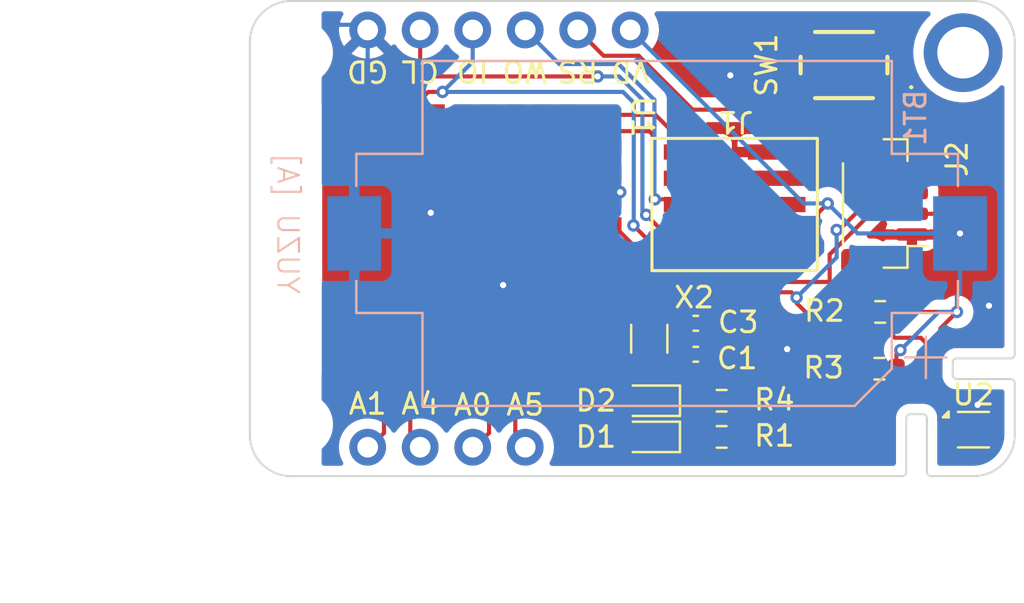
<source format=kicad_pcb>
(kicad_pcb (version 20240108) (generator "pcbnew") (generator_version "8.0")
  (title_block (title "Yuzu") (date "2024-04-27"))
  (layers (0 "F.Cu" signal) (31 "B.Cu" signal) (34 "B.Paste" user) (35 "F.Paste" user) (36 "B.SilkS" user "B.Silkscreen") (37 "F.SilkS" user "F.Silkscreen") (38 "B.Mask" user) (39 "F.Mask" user) (44 "Edge.Cuts" user))
  (property "REV" "A")
  (net 0 "")
  (net 18 "Net-(D2-K)")
  (net 21 "/nrf_VDD")
  (net 24 "GND")
  (net 26 "/SCL")
  (net 27 "/SDA")
  (net 28 "/SWDIO")
  (net 29 "/SWO")
  (net 30 "/SWCLK")
  (net 33 "/RESET")
  (net 34 "/RED_LED")
  (net 35 "Net-(D1-K)")
  (net 36 "/WHITE_LED")
  (net 39 "/XL1")
  (net 40 "/XL2")
  (net 41 "Net-(U1-P0.03{slash}AIN1)")
  (net 42 "Net-(U1-P0.28{slash}AIN4)")
  (net 43 "Net-(U1-P0.02{slash}AIN0)")
  (net 44 "Net-(U1-P0.29{slash}AIN5)")
  (footprint "Resistor_SMD:R_0603_1608Metric" (layer "F.Cu") (at 130.49 115.05 180)
    (property "Reference" "R2" (at 2.7 0.05 0) (layer "F.SilkS"))
    (property "Value" "4.7k" (hide yes))
    (fp_line (start -0.237258 0.5225) (end 0.237258 0.5225) (stroke (width 0.12)) (layer "F.SilkS"))
    (fp_line (start -0.237258 -0.5225) (end 0.237258 -0.5225) (stroke (width 0.12)) (layer "F.SilkS"))
    (pad "1" smd roundrect (at -0.825 0 180) (size 0.8 0.95) (layers "F.Cu" "F.Paste" "F.Mask") (net 21 "/nrf_VDD"))
    (pad "2" smd roundrect (at 0.825 0 180) (size 0.8 0.95) (layers "F.Cu" "F.Paste" "F.Mask") (net 27 "/SDA"))
  )
  (footprint "Connector_JST:JST_SH_BM04B-SRSS-TB_1x04-1MP_P1.00mm_Vertical" (layer "F.Cu") (at 130.7 109.8 90)
    (property "Reference" "J2" (at 2.15 3.5 -90) (layer "F.SilkS"))
    (property "Value" "Conn_01x04")
    (fp_line (start -1.94 -2.01) (end 1.94 -2.01) (stroke (width 0.12)) (layer "F.SilkS"))
    (fp_line (start 3.11 -0.04) (end 3.11 1.11) (stroke (width 0.12)) (layer "F.SilkS"))
    (fp_line (start -3.11 -0.04) (end -3.11 1.11) (stroke (width 0.12)) (layer "F.SilkS"))
    (fp_line (start 3.11 1.11) (end 2.06 1.11) (stroke (width 0.12)) (layer "F.SilkS"))
    (fp_line (start -2.06 1.11) (end -2.06 2.1) (stroke (width 0.12)) (layer "F.SilkS"))
    (fp_line (start -3.11 1.11) (end -2.06 1.11) (stroke (width 0.12)) (layer "F.SilkS"))
    (pad "1" smd roundrect (at -1.5 1.325 90) (size 0.6 1.55) (layers "F.Cu" "F.Paste" "F.Mask") (net 24 "GND"))
    (pad "2" smd roundrect (at -0.5 1.325 90) (size 0.6 1.55) (layers "F.Cu" "F.Paste" "F.Mask") (net 21 "/nrf_VDD"))
    (pad "3" smd roundrect (at 0.5 1.325 90) (size 0.6 1.55) (layers "F.Cu" "F.Paste" "F.Mask") (net 27 "/SDA"))
    (pad "4" smd roundrect (at 1.5 1.325 90) (size 0.6 1.55) (layers "F.Cu" "F.Paste" "F.Mask") (net 26 "/SCL"))
    (pad "MP" smd roundrect (at -2.8 -1.2 90) (size 1.2 1.8) (layers "F.Cu" "F.Paste" "F.Mask") (roundrect_rratio 0.208333))
    (pad "MP" smd roundrect (at 2.8 -1.2 90) (size 1.2 1.8) (layers "F.Cu" "F.Paste" "F.Mask") (roundrect_rratio 0.208333))
  )
  (footprint "LED_SMD:LED_0603_1608Metric" (layer "F.Cu") (at 119.32 119.35 180)
    (property "Reference" "D2" (at 2.58 0 180) (layer "F.SilkS"))
    (property "Value" "White" (hide yes))
    (fp_line (start 0.8 -0.735) (end -1.485 -0.735) (stroke (width 0.12)) (layer "F.SilkS"))
    (fp_line (start -1.485 0.735) (end 0.8 0.735) (stroke (width 0.12)) (layer "F.SilkS"))
    (fp_line (start -1.485 -0.735) (end -1.485 0.735) (stroke (width 0.12)) (layer "F.SilkS"))
    (pad "1" smd roundrect (at -0.7875 0 180) (size 0.875 0.95) (layers "F.Cu" "F.Paste" "F.Mask") (net 18 "Net-(D2-K)"))
    (pad "2" smd roundrect (at 0.7875 0 180) (size 0.875 0.95) (layers "F.Cu" "F.Paste" "F.Mask") (net 36 "/WHITE_LED"))
  )
  (footprint "yuzu:MountingHole_2.5mm" (layer "F.Cu") (at 102.5 120.5)
    (property "Reference" "REF**" (hide yes))
    (property "Value" "MountingHole_2.5mm" (hide yes))
    (pad "" np_thru_hole circle (at 0 0) (size 2.54 2.54) (drill 2.54) (layers "F&B.Cu" "*.Mask"))
  )
  (footprint "Crystal:Crystal_SMD_3215-2Pin_3.2x1.5mm" (layer "F.Cu") (at 119.32 116.35 90)
    (property "Reference" "X2" (at 2 2.17 0) (layer "F.SilkS"))
    (property "Value" "32.768Khz" (hide yes))
    (fp_line (start -0.675 -0.875) (end 0.675 -0.875) (stroke (width 0.12)) (layer "F.SilkS"))
    (fp_line (start -0.675 0.875) (end 0.675 0.875) (stroke (width 0.12)) (layer "F.SilkS"))
    (pad "1" smd rect (at 1.25 0 90) (size 1 1.8) (layers "F.Cu" "F.Paste" "F.Mask") (net 40 "/XL2"))
    (pad "2" smd rect (at -1.25 0 90) (size 1 1.8) (layers "F.Cu" "F.Paste" "F.Mask") (net 39 "/XL1"))
  )
  (footprint "Capacitor_SMD:C_0402_1005Metric" (layer "F.Cu") (at 121.57 115.6)
    (property "Reference" "C3" (at 2.05 -0.05 0) (layer "F.SilkS"))
    (property "Value" "12pF" (hide yes))
    (fp_line (start -0.107836 -0.36) (end 0.107836 -0.36) (stroke (width 0.12)) (layer "F.SilkS"))
    (fp_line (start -0.107836 0.36) (end 0.107836 0.36) (stroke (width 0.12)) (layer "F.SilkS"))
    (pad "1" smd roundrect (at -0.48 0) (size 0.56 0.62) (layers "F.Cu" "F.Paste" "F.Mask") (net 40 "/XL2"))
    (pad "2" smd roundrect (at 0.48 0) (size 0.56 0.62) (layers "F.Cu" "F.Paste" "F.Mask") (net 24 "GND"))
  )
  (footprint "Resistor_SMD:R_0603_1608Metric" (layer "F.Cu") (at 130.45 117.8 180)
    (property "Reference" "R3" (at 2.7 0.05 0) (layer "F.SilkS"))
    (property "Value" "4.7k" (hide yes))
    (fp_line (start -0.237258 0.5225) (end 0.237258 0.5225) (stroke (width 0.12)) (layer "F.SilkS"))
    (fp_line (start -0.237258 -0.5225) (end 0.237258 -0.5225) (stroke (width 0.12)) (layer "F.SilkS"))
    (pad "1" smd roundrect (at -0.825 0 180) (size 0.8 0.95) (layers "F.Cu" "F.Paste" "F.Mask") (net 21 "/nrf_VDD"))
    (pad "2" smd roundrect (at 0.825 0 180) (size 0.8 0.95) (layers "F.Cu" "F.Paste" "F.Mask") (net 26 "/SCL"))
  )
  (footprint "yuzu:TestPoint_THTPad" (layer "F.Cu") (at 110.78 121.6 180)
    (property "Reference" "TP3" (hide yes))
    (property "Value" "A0" (at 0 2.05 180) (layer "F.SilkS"))
    (pad "1" thru_hole circle (at 0 0 180) (size 1.778 1.778) (drill 1) (layers "*.Cu" "*.Mask") (net 43 "Net-(U1-P0.02{slash}AIN0)"))
  )
  (footprint "yuzu:TestPoint_THTPad" (layer "F.Cu") (at 108.24 121.6)
    (property "Reference" "TP2" (hide yes))
    (property "Value" "A4" (at 0 -2.1 0) (layer "F.SilkS"))
    (pad "1" thru_hole circle (at 0 0) (size 1.778 1.778) (drill 1) (layers "*.Cu" "*.Mask") (net 42 "Net-(U1-P0.28{slash}AIN4)"))
  )
  (footprint "yuzu:TestPoint_THTPad" (layer "F.Cu") (at 115.86 101.4)
    (property "Reference" "TP9" (hide yes))
    (property "Value" "RS" (at 0 2 180) (layer "F.SilkS"))
    (pad "1" thru_hole circle (at 0 0) (size 1.778 1.778) (drill 1) (layers "*.Cu" "*.Mask") (net 33 "/RESET"))
  )
  (footprint "Resistor_SMD:R_0603_1608Metric" (layer "F.Cu") (at 122.82 121.1)
    (property "Reference" "R1" (at 2.55 -0.05 180) (layer "F.SilkS"))
    (property "Value" "1K" (hide yes))
    (fp_line (start -0.237258 -0.5225) (end 0.237258 -0.5225) (stroke (width 0.12)) (layer "F.SilkS"))
    (fp_line (start -0.237258 0.5225) (end 0.237258 0.5225) (stroke (width 0.12)) (layer "F.SilkS"))
    (pad "1" smd roundrect (at -0.825 0) (size 0.8 0.95) (layers "F.Cu" "F.Paste" "F.Mask") (net 35 "Net-(D1-K)"))
    (pad "2" smd roundrect (at 0.825 0) (size 0.8 0.95) (layers "F.Cu" "F.Paste" "F.Mask") (net 24 "GND"))
  )
  (footprint "yuzu:TestPoint_THTPad" (layer "F.Cu") (at 113.32 121.6 180)
    (property "Reference" "TP4" (hide yes))
    (property "Value" "A5" (at 0 2.05 180) (layer "F.SilkS"))
    (pad "1" thru_hole circle (at 0 0 180) (size 1.778 1.778) (drill 1) (layers "*.Cu" "*.Mask") (net 44 "Net-(U1-P0.29{slash}AIN5)"))
  )
  (footprint "Sensor_Humidity:Sensirion_DFN-4_1.5x1.5mm_P0.8mm_SHT4x_NoCentralPad" (layer "F.Cu") (at 135 120.75)
    (property "Reference" "U2" (at 0 -1.7 0) (layer "F.SilkS"))
    (property "Value" "SHT45")
    (fp_line (start -0.75 -0.86) (end 0.75 -0.86) (stroke (width 0.12)) (layer "F.SilkS"))
    (fp_line (start -0.75 0.86) (end 0.75 0.86) (stroke (width 0.12)) (layer "F.SilkS"))
    (fp_poly (pts (xy -1.2 -0.6) (xy -1.48 -0.6) (xy -1.2 -0.88) (xy -1.2 -0.6)) (stroke (width 0.12)) (fill solid) (layer "F.SilkS"))
    (pad "1" smd rect (at -0.7 -0.4) (size 0.5 0.3) (layers "F.Cu" "F.Paste" "F.Mask") (net 27 "/SDA"))
    (pad "2" smd rect (at -0.7 0.4) (size 0.5 0.3) (layers "F.Cu" "F.Paste" "F.Mask") (net 26 "/SCL"))
    (pad "3" smd rect (at 0.7 0.4) (size 0.5 0.3) (layers "F.Cu" "F.Paste" "F.Mask") (net 21 "/nrf_VDD"))
    (pad "4" smd rect (at 0.7 -0.4) (size 0.5 0.3) (layers "F.Cu" "F.Paste" "F.Mask") (net 24 "GND"))
    (zone (net 0) (net_name "") (layer "F.Cu") (connect_pads (clearance 0)) (min_thickness 0.254)
      (keepout (tracks not_allowed) (vias not_allowed) (pads allowed) (copperpour not_allowed) (footprints allowed))
      (fill (thermal_gap 0.508) (thermal_bridge_width 0.508))
      (polygon (pts (xy 135.75 120.2) (xy 135.45 120.2) (xy 135.45 120.5) (xy 135.75 120.5) (xy 135.75 121) (xy 135.45 121) (xy 135.45 121.3) (xy 135.75 121.3) (xy 135.75 121.5) (xy 134.25 121.5) (xy 134.25 121.3) (xy 134.55 121.3) (xy 134.55 121) (xy 134.25 121) (xy 134.25 120.5) (xy 134.55 120.5) (xy 134.55 120.2) (xy 134.25 120.2) (xy 134.25 120) (xy 135.75 120)))
    )
  )
  (footprint "yuzu:TestPoint_THTPad" (layer "F.Cu") (at 108.24 101.4)
    (property "Reference" "TP6" (hide yes))
    (property "Value" "CL" (at 0 2 180) (layer "F.SilkS"))
    (pad "1" thru_hole circle (at 0 0) (size 1.778 1.778) (drill 1) (layers "*.Cu" "*.Mask") (net 30 "/SWCLK"))
  )
  (footprint "Resistor_SMD:R_0603_1608Metric" (layer "F.Cu") (at 122.82 119.35)
    (property "Reference" "R4" (at 2.55 -0.05 0) (layer "F.SilkS"))
    (property "Value" "1K" (hide yes))
    (fp_line (start -0.237258 -0.5225) (end 0.237258 -0.5225) (stroke (width 0.12)) (layer "F.SilkS"))
    (fp_line (start -0.237258 0.5225) (end 0.237258 0.5225) (stroke (width 0.12)) (layer "F.SilkS"))
    (pad "1" smd roundrect (at -0.825 0) (size 0.8 0.95) (layers "F.Cu" "F.Paste" "F.Mask") (net 18 "Net-(D2-K)"))
    (pad "2" smd roundrect (at 0.825 0) (size 0.8 0.95) (layers "F.Cu" "F.Paste" "F.Mask") (net 24 "GND"))
  )
  (footprint "Capacitor_SMD:C_0402_1005Metric" (layer "F.Cu") (at 121.57 117.1)
    (property "Reference" "C1" (at 2 0.2 0) (layer "F.SilkS"))
    (property "Value" "12pF" (hide yes))
    (fp_line (start -0.107836 -0.36) (end 0.107836 -0.36) (stroke (width 0.12)) (layer "F.SilkS"))
    (fp_line (start -0.107836 0.36) (end 0.107836 0.36) (stroke (width 0.12)) (layer "F.SilkS"))
    (pad "1" smd roundrect (at -0.48 0) (size 0.56 0.62) (layers "F.Cu" "F.Paste" "F.Mask") (net 39 "/XL1"))
    (pad "2" smd roundrect (at 0.48 0) (size 0.56 0.62) (layers "F.Cu" "F.Paste" "F.Mask") (net 24 "GND"))
  )
  (footprint "yuzu:TestPoint_THTPad" (layer "F.Cu") (at 105.7 121.6)
    (property "Reference" "TP1" (hide yes))
    (property "Value" "A1" (at 0 -2.1 0) (layer "F.SilkS"))
    (pad "1" thru_hole circle (at 0 0) (size 1.778 1.778) (drill 1) (layers "*.Cu" "*.Mask") (net 41 "Net-(U1-P0.03{slash}AIN1)"))
  )
  (footprint "yuzu:TestPoint_THTPad" (layer "F.Cu") (at 105.7 101.4)
    (property "Reference" "TP5" (hide yes))
    (property "Value" "GD" (at 0 2 180) (layer "F.SilkS"))
    (pad "1" thru_hole circle (at 0 0) (size 1.778 1.778) (drill 1) (layers "*.Cu" "*.Mask") (net 24 "GND"))
  )
  (footprint "yuzu:MountingHole_2.5mm_Pad" (layer "F.Cu") (at 134.5 102.5)
    (property "Reference" "REF**" (hide yes))
    (property "Value" "MountingHole_2.5mm_Pad" (hide yes))
    (pad "1" thru_hole circle (at 0 0) (size 3.81 3.81) (drill 2.5) (layers "*.Cu" "*.Mask"))
  )
  (footprint "yuzu:MountingHole_2.5mm" (layer "F.Cu") (at 102.5 102.5)
    (property "Reference" "REF**" (hide yes))
    (property "Value" "MountingHole_2.5mm" (hide yes))
    (pad "" np_thru_hole circle (at 0 0) (size 2.54 2.54) (drill 2.54) (layers "F&B.Cu" "*.Mask"))
  )
  (footprint "yuzu:TestPoint_THTPad" (layer "F.Cu") (at 118.4 101.4)
    (property "Reference" "TP10" (hide yes))
    (property "Value" "VD" (at 0 2 180) (layer "F.SilkS"))
    (pad "1" thru_hole circle (at 0 0) (size 1.778 1.778) (drill 1) (layers "*.Cu" "*.Mask") (net 21 "/nrf_VDD"))
  )
  (footprint "Samtec:FTSH-105-01-L-DV-K" (layer "F.Cu") (at 123.45 109.85 90)
    (property "Reference" "J1" (at 4 0.04 180) (layer "F.SilkS"))
    (property "Value" "Conn_ARM_JTAG_SWD_10" (hide yes))
    (fp_line (start 3.2 -4) (end -3.2 -4) (stroke (width 0.15)) (layer "F.SilkS"))
    (fp_line (start 3.2 -4) (end 3.2 4) (stroke (width 0.15)) (layer "F.SilkS"))
    (fp_line (start -3.2 -4) (end -3.2 4) (stroke (width 0.15)) (layer "F.SilkS"))
    (fp_line (start 3.2 4) (end -3.2 4) (stroke (width 0.15)) (layer "F.SilkS"))
    (pad "1" smd rect (at -2.54 2.032 90) (size 0.74 2.79) (layers "F.Cu" "F.Paste" "F.Mask") (net 21 "/nrf_VDD"))
    (pad "2" smd rect (at -2.54 -2.032 90) (size 0.74 2.79) (layers "F.Cu" "F.Paste" "F.Mask") (net 28 "/SWDIO"))
    (pad "3" smd rect (at -1.27 2.032 90) (size 0.74 2.79) (layers "F.Cu" "F.Paste" "F.Mask") (net 24 "GND"))
    (pad "4" smd rect (at -1.27 -2.032 90) (size 0.74 2.79) (layers "F.Cu" "F.Paste" "F.Mask") (net 30 "/SWCLK"))
    (pad "5" smd rect (at 0 2.032 90) (size 0.74 2.79) (layers "F.Cu" "F.Paste" "F.Mask") (net 24 "GND"))
    (pad "6" smd rect (at 0 -2.032 90) (size 0.74 2.79) (layers "F.Cu" "F.Paste" "F.Mask") (net 29 "/SWO"))
    (pad "7" smd rect (at 1.27 2.032 90) (size 0.74 2.79) (layers "F.Cu" "F.Paste" "F.Mask"))
    (pad "8" smd rect (at 1.27 -2.032 90) (size 0.74 2.79) (layers "F.Cu" "F.Paste" "F.Mask"))
    (pad "9" smd rect (at 2.54 2.032 90) (size 0.74 2.79) (layers "F.Cu" "F.Paste" "F.Mask") (net 24 "GND"))
    (pad "10" smd rect (at 2.54 -2.032 90) (size 0.74 2.79) (layers "F.Cu" "F.Paste" "F.Mask") (net 33 "/RESET"))
  )
  (footprint "yuzu:E73(2G4M08S1C) JLCPCB_2" (layer "F.Cu") (at 108.98 111.5 -90)
    (property "Reference" "U1" (at -5.9 -10.01 -90) (layer "F.SilkS"))
    (property "Value" "E73-2G4M08S1C" (hide yes))
    (pad "1" smd rect (at 6 5.03 90) (size 1 0.8) (layers "F.Cu" "F.Paste" "F.Mask"))
    (pad "2" smd rect (at 6 3.76 90) (size 1 0.8) (layers "F.Cu" "F.Paste" "F.Mask"))
    (pad "3" smd rect (at 6 2.49 90) (size 1 0.8) (layers "F.Cu" "F.Paste" "F.Mask") (net 41 "Net-(U1-P0.03{slash}AIN1)"))
    (pad "4" smd rect (at 6 1.22 90) (size 1 0.8) (layers "F.Cu" "F.Paste" "F.Mask") (net 42 "Net-(U1-P0.28{slash}AIN4)"))
    (pad "5" smd rect (at 6 -0.05 90) (size 1 0.8) (layers "F.Cu" "F.Paste" "F.Mask") (net 24 "GND"))
    (pad "6" smd rect (at 6 -1.32 90) (size 1 0.8) (layers "F.Cu" "F.Paste" "F.Mask"))
    (pad "7" smd rect (at 6 -2.59 90) (size 1 0.8) (layers "F.Cu" "F.Paste" "F.Mask") (net 43 "Net-(U1-P0.02{slash}AIN0)"))
    (pad "8" smd rect (at 6 -3.86 90) (size 1 0.8) (layers "F.Cu" "F.Paste" "F.Mask") (net 44 "Net-(U1-P0.29{slash}AIN5)"))
    (pad "9" smd rect (at 6.00015 -5.1272 90) (size 0.9997 0.8) (layers "F.Cu" "F.Paste" "F.Mask") (net 34 "/RED_LED"))
    (pad "10" smd rect (at 6 -6.4 90) (size 1 0.8) (layers "F.Cu" "F.Paste" "F.Mask") (net 36 "/WHITE_LED"))
    (pad "11" smd rect (at 4.445 -8.5 180) (size 1 0.8) (layers "F.Cu" "F.Paste" "F.Mask") (net 39 "/XL1"))
    (pad "12" smd rect (at 3.80975 -6.7 180) (size 1.2 0.8) (layers "F.Cu" "F.Paste" "F.Mask"))
    (pad "13" smd rect (at 3.175 -8.5 180) (size 1 0.8) (layers "F.Cu" "F.Paste" "F.Mask") (net 40 "/XL2"))
    (pad "14" smd rect (at 2.53975 -6.7 180) (size 1.2 0.8) (layers "F.Cu" "F.Paste" "F.Mask"))
    (pad "15" smd rect (at 1.8775 -8.5 180) (size 1 0.745) (layers "F.Cu" "F.Paste" "F.Mask") (net 26 "/SCL"))
    (pad "16" smd rect (at 1.26975 -6.7 180) (size 1.2 0.8) (layers "F.Cu" "F.Paste" "F.Mask"))
    (pad "17" smd rect (at 0.6175 -8.5 180) (size 1 0.765) (layers "F.Cu" "F.Paste" "F.Mask") (net 27 "/SDA"))
    (pad "18" smd rect (at -0.00025 -6.7 180) (size 1.2 0.8) (layers "F.Cu" "F.Paste" "F.Mask"))
    (pad "19" smd rect (at -0.6425 -8.5 180) (size 1 0.785) (layers "F.Cu" "F.Paste" "F.Mask") (net 21 "/nrf_VDD"))
    (pad "20" smd rect (at -1.27025 -6.7 180) (size 1.2 0.8) (layers "F.Cu" "F.Paste" "F.Mask"))
    (pad "21" smd rect (at -1.905 -8.5 180) (size 1 0.8) (layers "F.Cu" "F.Paste" "F.Mask") (net 24 "GND"))
    (pad "22" smd rect (at -2.54025 -6.7 180) (size 1.2 0.8) (layers "F.Cu" "F.Paste" "F.Mask"))
    (pad "23" smd rect (at -3.175 -8.5 180) (size 1 0.8) (layers "F.Cu" "F.Paste" "F.Mask") (net 21 "/nrf_VDD"))
    (pad "24" smd rect (at -3.81 -6.7 180) (size 1.2 0.8) (layers "F.Cu" "F.Paste" "F.Mask") (net 24 "GND"))
    (pad "25" smd rect (at -4.445 -8.5 180) (size 1 0.8) (layers "F.Cu" "F.Paste" "F.Mask"))
    (pad "26" smd rect (at -6 -6.4 270) (size 1 0.8) (layers "F.Cu" "F.Paste" "F.Mask") (net 33 "/RESET"))
    (pad "27" smd rect (at -6 -5.13 270) (size 1 0.8) (layers "F.Cu" "F.Paste" "F.Mask"))
    (pad "28" smd rect (at -4.2 -4.495 90) (size 1.2 0.8) (layers "F.Cu" "F.Paste" "F.Mask"))
    (pad "29" smd rect (at -6 -3.86 270) (size 1 0.8) (layers "F.Cu" "F.Paste" "F.Mask"))
    (pad "30" smd rect (at -4.2 -3.225 90) (size 1.2 0.8) (layers "F.Cu" "F.Paste" "F.Mask"))
    (pad "31" smd rect (at -6 -2.59 270) (size 1 0.8) (layers "F.Cu" "F.Paste" "F.Mask"))
    (pad "32" smd rect (at -4.2 -1.955 90) (size 1.2 0.8) (layers "F.Cu" "F.Paste" "F.Mask"))
    (pad "33" smd rect (at -6 -1.32 270) (size 1 0.8) (layers "F.Cu" "F.Paste" "F.Mask"))
    (pad "34" smd rect (at -4.2 -0.685 90) (size 1.2 0.8) (layers "F.Cu" "F.Paste" "F.Mask"))
    (pad "35" smd rect (at -6 -0.05 270) (size 1 0.8) (layers "F.Cu" "F.Paste" "F.Mask"))
    (pad "36" smd rect (at -4.2 0.585 90) (size 1.2 0.8) (layers "F.Cu" "F.Paste" "F.Mask") (net 29 "/SWO"))
    (pad "37" smd rect (at -6 1.22 270) (size 1 0.8) (layers "F.Cu" "F.Paste" "F.Mask") (net 28 "/SWDIO"))
    (pad "38" smd rect (at -4.2 1.855 90) (size 1.2 0.8) (layers "F.Cu" "F.Paste" "F.Mask"))
    (pad "39" smd rect (at -6 2.49 270) (size 1 0.8) (layers "F.Cu" "F.Paste" "F.Mask") (net 30 "/SWCLK"))
    (pad "40" smd rect (at -4.2 3.125 90) (size 1.2 0.8) (layers "F.Cu" "F.Paste" "F.Mask"))
    (pad "41" smd rect (at -6.00015 3.7572 270) (size 0.9997 0.8) (layers "F.Cu" "F.Paste" "F.Mask"))
    (pad "42" smd rect (at -4.2 4.39 90) (size 1.2 0.8) (layers "F.Cu" "F.Paste" "F.Mask"))
    (pad "43" smd rect (at -6 5.03 270) (size 1 0.8) (layers "F.Cu" "F.Paste" "F.Mask"))
    (zone (net 0) (net_name "") (layers "F&B.Cu") (name "RF KEEPOUT") (connect_pads (clearance 0)) (min_thickness 0.25)
      (keepout (tracks not_allowed) (vias not_allowed) (pads not_allowed) (copperpour not_allowed) (footprints allowed))
      (fill (thermal_gap 0.5) (thermal_bridge_width 0.5))
      (polygon (pts (xy 103.48 105) (xy 99.98 105) (xy 99.98 118) (xy 103.48 118)))
    )
  )
  (footprint "yuzu:RKB2SJG250SMTRLFS" (layer "F.Cu") (at 128.74 103.1 180)
    (property "Reference" "SW1" (at 3.75 0 90) (layer "F.SilkS"))
    (property "Value" "SW_SPST" (hide yes))
    (fp_line (start 2.1 0.4) (end 2.1 -0.4) (stroke (width 0.2)) (layer "F.SilkS"))
    (fp_line (start -1.4 1.6) (end 1.4 1.6) (stroke (width 0.2)) (layer "F.SilkS"))
    (fp_line (start -1.4 -1.6) (end 1.4 -1.6) (stroke (width 0.2)) (layer "F.SilkS"))
    (fp_line (start -2.1 -0.4) (end -2.1 0.4) (stroke (width 0.2)) (layer "F.SilkS"))
    (fp_line (start -3.2 -1.075) (end -3.2 -1.075) (stroke (width 0.1)) (layer "F.SilkS"))
    (fp_line (start -3.3 -1.075) (end -3.3 -1.075) (stroke (width 0.1)) (layer "F.SilkS"))
    (fp_arc (start -3.2 -1.075) (mid -3.25 -1.025) (end -3.3 -1.075) (stroke (width 0.1)) (layer "F.SilkS"))
    (fp_arc (start -3.3 -1.075) (mid -3.25 -1.125) (end -3.2 -1.075) (stroke (width 0.1)) (layer "F.SilkS"))
    (pad "1" smd rect (at -2.25 -1.075 270) (size 0.7 1) (layers "F.Cu" "F.Paste" "F.Mask") (net 24 "GND"))
    (pad "2" smd rect (at 2.25 -1.075 270) (size 0.7 1) (layers "F.Cu" "F.Paste" "F.Mask") (net 33 "/RESET"))
    (pad "3" smd rect (at -2.25 1.075 270) (size 0.7 1) (layers "F.Cu" "F.Paste" "F.Mask") (net 24 "GND"))
    (pad "4" smd rect (at 2.25 1.075 270) (size 0.7 1) (layers "F.Cu" "F.Paste" "F.Mask") (net 33 "/RESET"))
  )
  (footprint "LED_SMD:LED_0603_1608Metric" (layer "F.Cu") (at 119.32 121.1 180)
    (property "Reference" "D1" (at 2.58 0 180) (layer "F.SilkS"))
    (property "Value" "RED" (hide yes))
    (fp_line (start 0.8 -0.735) (end -1.485 -0.735) (stroke (width 0.12)) (layer "F.SilkS"))
    (fp_line (start -1.485 0.735) (end 0.8 0.735) (stroke (width 0.12)) (layer "F.SilkS"))
    (fp_line (start -1.485 -0.735) (end -1.485 0.735) (stroke (width 0.12)) (layer "F.SilkS"))
    (pad "1" smd roundrect (at -0.7875 0 180) (size 0.875 0.95) (layers "F.Cu" "F.Paste" "F.Mask") (net 35 "Net-(D1-K)"))
    (pad "2" smd roundrect (at 0.7875 0 180) (size 0.875 0.95) (layers "F.Cu" "F.Paste" "F.Mask") (net 34 "/RED_LED"))
  )
  (footprint "yuzu:TestPoint_THTPad" (layer "F.Cu") (at 113.32 101.4 90)
    (property "Reference" "TP8" (hide yes))
    (property "Value" "WO" (at -2 0 180) (layer "F.SilkS"))
    (pad "1" thru_hole circle (at 0 0 90) (size 1.778 1.778) (drill 1) (layers "*.Cu" "*.Mask") (net 29 "/SWO"))
  )
  (footprint "yuzu:TestPoint_THTPad" (layer "F.Cu") (at 110.78 101.4)
    (property "Reference" "TP7" (hide yes))
    (property "Value" "IO" (at 0 2 180) (layer "F.SilkS"))
    (pad "1" thru_hole circle (at 0 0) (size 1.778 1.778) (drill 1) (layers "*.Cu" "*.Mask") (net 28 "/SWDIO"))
  )
  (footprint "Battery:BatteryHolder_Keystone_1060_1x2032" (layer "B.Cu") (at 119.7 111.25 180)
    (property "Reference" "BT1" (at -12.5 5.6 90) (layer "B.SilkS") (effects (justify mirror)))
    (property "Value" "3V" (hide yes))
    (fp_line (start 14.55 3.85) (end 11.35 3.85) (stroke (width 0.12)) (layer "B.SilkS"))
    (fp_line (start 14.55 2.3) (end 14.55 3.85) (stroke (width 0.12)) (layer "B.SilkS"))
    (fp_line (start 14.55 -2.3) (end 14.55 -3.85) (stroke (width 0.12)) (layer "B.SilkS"))
    (fp_line (start 14.55 -3.85) (end 11.35 -3.85) (stroke (width 0.12)) (layer "B.SilkS"))
    (fp_line (start 11.35 8.35) (end -11.35 8.35) (stroke (width 0.12)) (layer "B.SilkS"))
    (fp_line (start 11.35 3.85) (end 11.35 8.35) (stroke (width 0.12)) (layer "B.SilkS"))
    (fp_line (start 11.35 -3.85) (end 11.35 -8.35) (stroke (width 0.12)) (layer "B.SilkS"))
    (fp_line (start -9.55 -8.35) (end 11.35 -8.35) (stroke (width 0.12)) (layer "B.SilkS"))
    (fp_line (start -11.35 3.85) (end -11.35 8.35) (stroke (width 0.12)) (layer "B.SilkS"))
    (fp_line (start -11.35 -3.85) (end -11.35 -6.55) (stroke (width 0.12)) (layer "B.SilkS"))
    (fp_line (start -11.35 -6.55) (end -9.55 -8.35) (stroke (width 0.12)) (layer "B.SilkS"))
    (fp_line (start -13 -7) (end -13 -5) (stroke (width 0.12)) (layer "B.SilkS"))
    (fp_line (start -14 -6) (end -12 -6) (stroke (width 0.12)) (layer "B.SilkS"))
    (fp_line (start -14.55 3.85) (end -11.35 3.85) (stroke (width 0.12)) (layer "B.SilkS"))
    (fp_line (start -14.55 2.3) (end -14.55 3.85) (stroke (width 0.12)) (layer "B.SilkS"))
    (fp_line (start -14.55 -2.3) (end -14.55 -3.85) (stroke (width 0.12)) (layer "B.SilkS"))
    (fp_line (start -14.55 -3.85) (end -11.35 -3.85) (stroke (width 0.12)) (layer "B.SilkS"))
    (pad "1" smd rect (at -14.65 0) (size 2.6 3.6) (layers "B.Cu" "B.Paste" "B.Mask") (net 21 "/nrf_VDD"))
    (pad "2" smd rect (at 14.65 0) (size 2.6 3.6) (layers "B.Cu" "B.Paste" "B.Mask") (net 24 "GND"))
  )
  (gr_line (start 102 100) (end 135 100) (stroke (width 0.1)) (layer "Edge.Cuts"))
  (gr_arc (start 135 100) (mid 136.414214 100.585786) (end 137 102) (stroke (width 0.1)) (layer "Edge.Cuts"))
  (gr_arc (start 131.75 120.2) (mid 131.808579 120.058579) (end 131.95 120) (stroke (width 0.1)) (layer "Edge.Cuts"))
  (gr_arc (start 132.55 120) (mid 132.691421 120.058579) (end 132.75 120.2) (stroke (width 0.1)) (layer "Edge.Cuts"))
  (gr_line (start 134 118.1) (end 134 117.5) (stroke (width 0.1)) (layer "Edge.Cuts"))
  (gr_line (start 136.8 118.3) (end 134.2 118.3) (stroke (width 0.1)) (layer "Edge.Cuts"))
  (gr_arc (start 134 117.5) (mid 134.058579 117.358579) (end 134.2 117.3) (stroke (width 0.1)) (layer "Edge.Cuts"))
  (gr_arc (start 132.95 123) (mid 132.808579 122.941421) (end 132.75 122.8) (stroke (width 0.1)) (layer "Edge.Cuts"))
  (gr_arc (start 136.8 118.3) (mid 136.941421 118.358579) (end 137 118.5) (stroke (width 0.1)) (layer "Edge.Cuts"))
  (gr_arc (start 137 121) (mid 136.414214 122.414214) (end 135 123) (stroke (width 0.1)) (layer "Edge.Cuts"))
  (gr_arc (start 137 117.1) (mid 136.941421 117.241421) (end 136.8 117.3) (stroke (width 0.1)) (layer "Edge.Cuts"))
  (gr_line (start 135 123) (end 132.95 123) (stroke (width 0.1)) (layer "Edge.Cuts"))
  (gr_line (start 137 118.5) (end 137 121) (stroke (width 0.1)) (layer "Edge.Cuts"))
  (gr_line (start 137 102) (end 137 117.1) (stroke (width 0.1)) (layer "Edge.Cuts"))
  (gr_arc (start 131.75 122.8) (mid 131.691421 122.941421) (end 131.55 123) (stroke (width 0.1)) (layer "Edge.Cuts"))
  (gr_arc (start 134.2 118.3) (mid 134.058579 118.241421) (end 134 118.1) (stroke (width 0.1)) (layer "Edge.Cuts"))
  (gr_line (start 100 121) (end 100 102) (stroke (width 0.1)) (layer "Edge.Cuts"))
  (gr_arc (start 100 102) (mid 100.585786 100.585786) (end 102 100) (stroke (width 0.1)) (layer "Edge.Cuts"))
  (gr_line (start 136.8 117.3) (end 134.2 117.3) (stroke (width 0.1)) (layer "Edge.Cuts"))
  (gr_line (start 132.75 122.8) (end 132.75 120.2) (stroke (width 0.1)) (layer "Edge.Cuts"))
  (gr_line (start 132.55 120) (end 131.95 120) (stroke (width 0.1)) (layer "Edge.Cuts"))
  (gr_line (start 131.55 123) (end 102 123) (stroke (width 0.1)) (layer "Edge.Cuts"))
  (gr_arc (start 102 123) (mid 100.585786 122.414214) (end 100 121) (stroke (width 0.1)) (layer "Edge.Cuts"))
  (gr_line (start 131.75 122.8) (end 131.75 120.2) (stroke (width 0.1)) (layer "Edge.Cuts"))
  (gr_text "YUZU [${REV}]" (at 101.25 114.25 -90) (layer "B.SilkS") (effects (font (size 1 1) (thickness 0.1)) (justify left bottom mirror)))
  (segment (start 120.1075 119.35) (end 121.995 119.35) (width 0.2) (layer "F.Cu") (net 18))
  (segment (start 117.5875 110.8575) (end 119.83 113.1) (width 0.2) (layer "F.Cu") (net 21))
  (segment (start 133.65 118.9) (end 133.4 118.65) (width 0.2) (layer "F.Cu") (net 21))
  (segment (start 117.48 110.8575) (end 117.5875 110.8575) (width 0.2) (layer "F.Cu") (net 21))
  (segment (start 136.25 120.7) (end 136.25 119.75) (width 0.2) (layer "F.Cu") (net 21))
  (segment (start 132.025 110.3) (end 133.4 110.3) (width 0.2) (layer "F.Cu") (net 21))
  (segment (start 135.4 118.9) (end 133.65 118.9) (width 0.2) (layer "F.Cu") (net 21))
  (segment (start 116.7575 110.8575) (end 117.48 110.8575) (width 0.2) (layer "F.Cu") (net 21))
  (segment (start 131.275 117.8) (end 131.275 117.093329) (width 0.2) (layer "F.Cu") (net 21))
  (segment (start 126.95 112.39) (end 127.49 111.85) (width 0.2) (layer "F.Cu") (net 21))
  (segment (start 135.8 121.15) (end 136.25 120.7) (width 0.2) (layer "F.Cu") (net 21))
  (segment (start 131.315 115.05) (end 134.2 115.05) (width 0.2) (layer "F.Cu") (net 21))
  (segment (start 127.49 111.85) (end 127.49 110.26) (width 0.2) (layer "F.Cu") (net 21))
  (segment (start 125.482 112.39) (end 126.95 112.39) (width 0.2) (layer "F.Cu") (net 21))
  (segment (start 119.83 113.1) (end 124.772 113.1) (width 0.2) (layer "F.Cu") (net 21))
  (segment (start 131.275 117.093329) (end 131.468329 116.9) (width 0.2) (layer "F.Cu") (net 21))
  (segment (start 135.7 121.15) (end 135.8 121.15) (width 0.2) (layer "F.Cu") (net 21))
  (segment (start 117.48 108.325) (end 117.305 108.325) (width 0.2) (layer "F.Cu") (net 21))
  (segment (start 133.4 110.3) (end 134.35 111.25) (width 0.2) (layer "F.Cu") (net 21))
  (segment (start 127.49 110.26) (end 127.95 109.8) (width 0.2) (layer "F.Cu") (net 21))
  (segment (start 116.68 108.95) (end 116.68 110.78) (width 0.2) (layer "F.Cu") (net 21))
  (segment (start 133.4 118.65) (end 133.4 115.85) (width 0.2) (layer "F.Cu") (net 21))
  (segment (start 133.4 115.85) (end 134.2 115.05) (width 0.2) (layer "F.Cu") (net 21))
  (segment (start 117.305 108.325) (end 116.68 108.95) (width 0.2) (layer "F.Cu") (net 21))
  (segment (start 136.25 119.75) (end 135.4 118.9) (width 0.2) (layer "F.Cu") (net 21))
  (segment (start 116.68 110.78) (end 116.7575 110.8575) (width 0.2) (layer "F.Cu") (net 21))
  (segment (start 124.772 113.1) (end 125.482 112.39) (width 0.2) (layer "F.Cu") (net 21))
  (via (at 134.35 111.25) (size 0.6) (drill 0.3) (layers "F.Cu" "B.Cu") (net 21))
  (via (at 134.2 115.05) (size 0.6) (drill 0.3) (layers "F.Cu" "B.Cu") (net 21))
  (via (at 131.468329 116.9) (size 0.6) (drill 0.3) (layers "F.Cu" "B.Cu") (net 21))
  (via (at 127.95 109.8) (size 0.6) (drill 0.3) (layers "F.Cu" "B.Cu") (net 21))
  (segment (start 134.2 114.3) (end 134.35 114.15) (width 0.2) (layer "B.Cu") (net 21))
  (segment (start 129.4 111.25) (end 134.35 111.25) (width 0.2) (layer "B.Cu") (net 21))
  (segment (start 118.4 101.4) (end 126.8 109.8) (width 0.2) (layer "B.Cu") (net 21))
  (segment (start 134.2 115.05) (end 134.2 114.3) (width 0.2) (layer "B.Cu") (net 21))
  (segment (start 126.8 109.8) (end 127.95 109.8) (width 0.2) (layer "B.Cu") (net 21))
  (segment (start 134.35 114.15) (end 134.35 111.25) (width 0.2) (layer "B.Cu") (net 21))
  (segment (start 127.95 109.8) (end 129.4 111.25) (width 0.2) (layer "B.Cu") (net 21))
  (segment (start 133.318329 115.05) (end 134.2 115.05) (width 0.2) (layer "B.Cu") (net 21))
  (segment (start 131.468329 116.9) (end 133.318329 115.05) (width 0.2) (layer "B.Cu") (net 21))
  (segment (start 135.85 120.241422) (end 135.85 119.915686) (width 0.2) (layer "F.Cu") (net 24))
  (segment (start 135.741422 120.35) (end 135.85 120.241422) (width 0.2) (layer "F.Cu") (net 24))
  (segment (start 109.03 116.22) (end 109.25 116) (width 0.2) (layer "F.Cu") (net 24))
  (segment (start 114.25 108.92) (end 115.48 107.69) (width 0.2) (layer "F.Cu") (net 24))
  (segment (start 135.85 119.915686) (end 135.483579 119.549265) (width 0.2) (layer "F.Cu") (net 24))
  (segment (start 109.03 117.5) (end 109.03 116.22) (width 0.2) (layer "F.Cu") (net 24))
  (segment (start 135.483579 119.549265) (end 135.200735 119.549265) (width 0.2) (layer "F.Cu") (net 24))
  (segment (start 117.569215 109.595) (end 117.914215 109.25) (width 0.2) (layer "F.Cu") (net 24))
  (segment (start 115.48 107.69) (end 115.68 107.69) (width 0.2) (layer "F.Cu") (net 24))
  (segment (start 117.48 109.595) (end 117.569215 109.595) (width 0.2) (layer "F.Cu") (net 24))
  (segment (start 135.7 120.35) (end 135.741422 120.35) (width 0.2) (layer "F.Cu") (net 24))
  (segment (start 114.25 109.25) (end 114.25 108.92) (width 0.2) (layer "F.Cu") (net 24))
  (via (at 108.75 110.25) (size 0.6) (drill 0.3) (layers "F.Cu" "B.Cu") (net 24))
  (via (at 123.24 103.6) (size 0.6) (drill 0.3) (layers "F.Cu" "B.Cu") (net 24))
  (via (at 125.99 116.85) (size 0.6) (drill 0.3) (layers "F.Cu" "B.Cu") (net 24))
  (via (at 135.200735 119.549265) (size 0.6) (drill 0.3) (layers "F.Cu" "B.Cu") (net 24))
  (via (at 112.25 113.75) (size 0.6) (drill 0.3) (layers "F.Cu" "B.Cu") (net 24))
  (via (at 117.914215 109.25) (size 0.6) (drill 0.3) (layers "F.Cu" "B.Cu") (net 24))
  (via (at 135.75 114.75) (size 0.6) (drill 0.3) (layers "F.Cu" "B.Cu") (net 24))
  (segment (start 105.7 101.4) (end 105.7 102.9) (width 0.2) (layer "B.Cu") (net 24))
  (segment (start 105.45 101.15) (end 104.2 101.15) (width 0.2) (layer "B.Cu") (net 24))
  (segment (start 105.45 101.15) (end 105.7 101.4) (width 0.2) (layer "B.Cu") (net 24))
  (segment (start 118.2175 113.3775) (end 117.48 113.3775) (width 0.2) (layer "F.Cu") (net 26))
  (segment (start 128.384098 111.082628) (end 128.507372 111.082628) (width 0.2) (layer "F.Cu") (net 26))
  (segment (start 134.2 121.15) (end 133.35 120.3) (width 0.2) (layer "F.Cu") (net 26))
  (segment (start 128.507372 111.082628) (end 131.29 108.3) (width 0.2) (layer "F.Cu") (net 26))
  (segment (start 133.35 120.3) (end 133.35 119.751472) (width 0.2) (layer "F.Cu") (net 26))
  (segment (start 133.35 119.751472) (end 132.398528 118.8) (width 0.2) (layer "F.Cu") (net 26))
  (segment (start 126.195735 114.1) (end 118.94 114.1) (width 0.2) (layer "F.Cu") (net 26))
  (segment (start 132.398528 118.8) (end 130.625 118.8) (width 0.2) (layer "F.Cu") (net 26))
  (segment (start 126.445735 114.620735) (end 129.625 117.8) (width 0.2) (layer "F.Cu") (net 26))
  (segment (start 130.625 118.8) (end 129.625 117.8) (width 0.2) (layer "F.Cu") (net 26))
  (segment (start 126.445735 114.35) (end 126.195735 114.1) (width 0.2) (layer "F.Cu") (net 26))
  (segment (start 134.3 121.15) (end 134.2 121.15) (width 0.2) (layer "F.Cu") (net 26))
  (segment (start 118.94 114.1) (end 118.2175 113.3775) (width 0.2) (layer "F.Cu") (net 26))
  (segment (start 126.445735 114.35) (end 126.445735 114.620735) (width 0.2) (layer "F.Cu") (net 26))
  (segment (start 131.29 108.3) (end 132.025 108.3) (width 0.2) (layer "F.Cu") (net 26))
  (via (at 128.384098 111.082628) (size 0.6) (drill 0.3) (layers "F.Cu" "B.Cu") (net 26))
  (via (at 126.445735 114.35) (size 0.6) (drill 0.3) (layers "F.Cu" "B.Cu") (net 26))
  (segment (start 128.384098 112.411637) (end 126.445735 114.35) (width 0.2) (layer "B.Cu") (net 26))
  (segment (start 128.384098 111.082628) (end 128.384098 112.411637) (width 0.2) (layer "B.Cu") (net 26))
  (segment (start 131.015256 109.3) (end 128.045 112.270256) (width 0.2) (layer "F.Cu") (net 27))
  (segment (start 129.665 115.05) (end 129.495 115.05) (width 0.2) (layer "F.Cu") (net 27))
  (segment (start 129.95 115.05) (end 129.665 115.05) (width 0.2) (layer "F.Cu") (net 27))
  (segment (start 117.6925 112.1175) (end 117.48 112.1175) (width 0.2) (layer "F.Cu") (net 27))
  (segment (start 134.258578 120.35) (end 133.75 119.841422) (width 0.2) (layer "F.Cu") (net 27))
  (segment (start 119.175 113.6) (end 117.6925 112.1175) (width 0.2) (layer "F.Cu") (net 27))
  (segment (start 132.7 116.55) (end 132.45 116.3) (width 0.2) (layer "F.Cu") (net 27))
  (segment (start 133.75 119.841422) (end 133.75 119.585786) (width 0.2) (layer "F.Cu") (net 27))
  (segment (start 128.045 113.6) (end 126.010461 113.6) (width 0.2) (layer "F.Cu") (net 27))
  (segment (start 132.45 116.3) (end 131.2 116.3) (width 0.2) (layer "F.Cu") (net 27))
  (segment (start 134.3 120.35) (end 134.258578 120.35) (width 0.2) (layer "F.Cu") (net 27))
  (segment (start 129.495 115.05) (end 128.045 113.6) (width 0.2) (layer "F.Cu") (net 27))
  (segment (start 132.7 118.535786) (end 132.7 116.55) (width 0.2) (layer "F.Cu") (net 27))
  (segment (start 131.2 116.3) (end 129.95 115.05) (width 0.2) (layer "F.Cu") (net 27))
  (segment (start 126.010461 113.6) (end 119.175 113.6) (width 0.2) (layer "F.Cu") (net 27))
  (segment (start 132.025 109.3) (end 131.015256 109.3) (width 0.2) (layer "F.Cu") (net 27))
  (segment (start 128.045 112.270256) (end 128.045 113.6) (width 0.2) (layer "F.Cu") (net 27))
  (segment (start 133.75 119.585786) (end 132.7 118.535786) (width 0.2) (layer "F.Cu") (net 27))
  (segment (start 109.32 104.4) (end 108.63 104.4) (width 0.2) (layer "F.Cu") (net 28))
  (segment (start 118.555421 110.862149) (end 120.083272 112.39) (width 0.2) (layer "F.Cu") (net 28))
  (segment (start 108.63 104.4) (end 107.76 105.27) (width 0.2) (layer "F.Cu") (net 28))
  (segment (start 107.76 105.27) (end 107.76 105.5) (width 0.2) (layer "F.Cu") (net 28))
  (segment (start 120.083272 112.39) (end 121.418 112.39) (width 0.2) (layer "F.Cu") (net 28))
  (via (at 109.32 104.4) (size 0.6) (drill 0.3) (layers "F.Cu" "B.Cu") (net 28))
  (via (at 118.555421 110.862149) (size 0.6) (drill 0.3) (layers "F.Cu" "B.Cu") (net 28))
  (segment (start 118.555421 110.862149) (end 118.57 110.84757) (width 0.2) (layer "B.Cu") (net 28))
  (segment (start 118.57 104.92) (end 118.05 104.4) (width 0.2) (layer "B.Cu") (net 28))
  (segment (start 118.57 110.84757) (end 118.57 104.92) (width 0.2) (layer "B.Cu") (net 28))
  (segment (start 118.05 104.4) (end 109.32 104.4) (width 0.2) (layer "B.Cu") (net 28))
  (segment (start 110.78 101.4) (end 110.78 102.94) (width 0.2) (layer "B.Cu") (net 28))
  (segment (start 110.78 102.94) (end 109.32 104.4) (width 0.2) (layer "B.Cu") (net 28))
  (segment (start 108.395 108.245) (end 108.395 107.3) (width 0.2) (layer "F.Cu") (net 29))
  (segment (start 119.32 106.3) (end 115.47 106.3) (width 0.2) (layer "F.Cu") (net 29))
  (segment (start 115.47 106.3) (end 114.175 107.595) (width 0.2) (layer "F.Cu") (net 29))
  (segment (start 114.175 108.2) (end 114.075 108.3) (width 0.2) (layer "F.Cu") (net 29))
  (segment (start 119.49 109.5) (end 119.49 106.47) (width 0.2) (layer "F.Cu") (net 29))
  (segment (start 121.168 109.6) (end 121.418 109.85) (width 0.2) (layer "F.Cu") (net 29))
  (segment (start 114.075 108.3) (end 108.45 108.3) (width 0.2) (layer "F.Cu") (net 29))
  (segment (start 108.45 108.3) (end 108.395 108.245) (width 0.2) (layer "F.Cu") (net 29))
  (segment (start 119.59 109.6) (end 121.168 109.6) (width 0.2) (layer "F.Cu") (net 29))
  (segment (start 119.49 106.47) (end 119.32 106.3) (width 0.2) (layer "F.Cu") (net 29))
  (segment (start 114.175 107.595) (end 114.175 108.2) (width 0.2) (layer "F.Cu") (net 29))
  (segment (start 119.59 109.6) (end 119.49 109.5) (width 0.2) (layer "F.Cu") (net 29))
  (via (at 119.59 109.6) (size 0.6) (drill 0.3) (layers "F.Cu" "B.Cu") (net 29))
  (segment (start 114.97 103.05) (end 113.32 101.4) (width 0.2) (layer "B.Cu") (net 29))
  (segment (start 119.57 109.58) (end 119.57 104.788628) (width 0.2) (layer "B.Cu") (net 29))
  (segment (start 119.57 104.788628) (end 117.831372 103.05) (width 0.2) (layer "B.Cu") (net 29))
  (segment (start 117.831372 103.05) (end 114.97 103.05) (width 0.2) (layer "B.Cu") (net 29))
  (segment (start 119.59 109.6) (end 119.57 109.58) (width 0.2) (layer "B.Cu") (net 29))
  (segment (start 106.49 105.4) (end 107.28 104.61) (width 0.2) (layer "F.Cu") (net 30))
  (segment (start 119.94 111.12) (end 121.418 111.12) (width 0.2) (layer "F.Cu") (net 30))
  (segment (start 106.49 105.5) (end 106.49 105.4) (width 0.2) (layer "F.Cu") (net 30))
  (segment (start 119.17 110.35) (end 119.94 111.12) (width 0.2) (layer "F.Cu") (net 30))
  (segment (start 108.24 103.65) (end 107.28 104.61) (width 0.2) (layer "F.Cu") (net 30))
  (segment (start 108.24 101.4) (end 108.24 103.65) (width 0.2) (layer "F.Cu") (net 30))
  (segment (start 116.82 103.65) (end 108.24 103.65) (width 0.2) (layer "F.Cu") (net 30))
  (via (at 119.17 110.35) (size 0.6) (drill 0.3) (layers "F.Cu" "B.Cu") (net 30))
  (via (at 116.82 103.65) (size 0.6) (drill 0.3) (layers "F.Cu" "B.Cu") (net 30))
  (segment (start 118.99 110.17) (end 118.99 104.774314) (width 0.2) (layer "B.Cu") (net 30))
  (segment (start 117.865686 103.65) (end 116.82 103.65) (width 0.2) (layer "B.Cu") (net 30))
  (segment (start 118.99 104.774314) (end 117.865686 103.65) (width 0.2) (layer "B.Cu") (net 30))
  (segment (start 119.17 110.35) (end 118.99 110.17) (width 0.2) (layer "B.Cu") (net 30))
  (segment (start 126.49 104.175) (end 125.405 105.26) (width 0.2) (layer "F.Cu") (net 33))
  (segment (start 119.618 105.51) (end 115.39 105.51) (width 0.2) (layer "F.Cu") (net 33))
  (segment (start 121.418 107.31) (end 119.618 105.51) (width 0.2) (layer "F.Cu") (net 33))
  (segment (start 118.808 102.65) (end 117.11 102.65) (width 0.2) (layer "F.Cu") (net 33))
  (segment (start 115.39 105.51) (end 115.38 105.5) (width 0.2) (layer "F.Cu") (net 33))
  (segment (start 117.11 102.65) (end 115.86 101.4) (width 0.2) (layer "F.Cu") (net 33))
  (segment (start 121.418 107.31) (end 121.418 105.26) (width 0.2) (layer "F.Cu") (net 33))
  (segment (start 125.405 105.26) (end 121.418 105.26) (width 0.2) (layer "F.Cu") (net 33))
  (segment (start 126.49 104.175) (end 126.49 102.025) (width 0.2) (layer "F.Cu") (net 33))
  (segment (start 121.418 105.26) (end 118.808 102.65) (width 0.2) (layer "F.Cu") (net 33))
  (segment (start 116.8125 121.1) (end 118.5325 121.1) (width 0.2) (layer "F.Cu") (net 34))
  (segment (start 114.1072 118.3947) (end 116.8125 121.1) (width 0.2) (layer "F.Cu") (net 34))
  (segment (start 114.1072 117.50015) (end 114.1072 118.3947) (width 0.2) (layer "F.Cu") (net 34))
  (segment (start 120.1075 121.1) (end 121.995 121.1) (width 0.2) (layer "F.Cu") (net 35))
  (segment (start 117.23 119.35) (end 118.5325 119.35) (width 0.2) (layer "F.Cu") (net 36))
  (segment (start 115.38 117.5) (end 117.23 119.35) (width 0.2) (layer "F.Cu") (net 36))
  (segment (start 117.48 115.945) (end 117.665 115.945) (width 0.2) (layer "F.Cu") (net 39))
  (segment (start 119.32 117.6) (end 120.59 117.6) (width 0.2) (layer "F.Cu") (net 39))
  (segment (start 120.59 117.6) (end 121.09 117.1) (width 0.2) (layer "F.Cu") (net 39))
  (segment (start 117.665 115.945) (end 119.32 117.6) (width 0.2) (layer "F.Cu") (net 39))
  (segment (start 119.32 115.1) (end 120.45 115.1) (width 0.2) (layer "F.Cu") (net 40))
  (segment (start 118.895 114.675) (end 119.32 115.1) (width 0.2) (layer "F.Cu") (net 40))
  (segment (start 120.95 115.6) (end 121.09 115.6) (width 0.2) (layer "F.Cu") (net 40))
  (segment (start 117.48 114.675) (end 118.895 114.675) (width 0.2) (layer "F.Cu") (net 40))
  (segment (start 120.45 115.1) (end 120.95 115.6) (width 0.2) (layer "F.Cu") (net 40))
  (segment (start 106.49 120.91) (end 105.7 121.7) (width 0.2) (layer "F.Cu") (net 41))
  (segment (start 106.49 117.5) (end 106.49 120.91) (width 0.2) (layer "F.Cu") (net 41))
  (segment (start 107.76 117.5) (end 107.76 121.22) (width 0.2) (layer "F.Cu") (net 42))
  (segment (start 107.76 121.22) (end 108.24 121.7) (width 0.2) (layer "F.Cu") (net 42))
  (segment (start 111.57 120.91) (end 110.78 121.7) (width 0.2) (layer "F.Cu") (net 43))
  (segment (start 111.57 117.5) (end 111.57 120.91) (width 0.2) (layer "F.Cu") (net 43))
  (segment (start 112.84 117.5) (end 112.84 121.22) (width 0.2) (layer "F.Cu") (net 44))
  (segment (start 112.84 121.22) (end 113.32 121.7) (width 0.2) (layer "F.Cu") (net 44))
  (zone (net 24) (net_name "GND") (layer "F.Cu") (connect_pads (clearance 0.5)) (min_thickness 0.25) (fill yes (thermal_gap 0.5) (thermal_bridge_width 0.5))
    (polygon (pts (xy 137 100) (xy 137 123) (xy 103.5 123) (xy 103.5 100)))
  )
  (zone (net 24) (net_name "GND") (layer "B.Cu") (priority 1) (connect_pads (clearance 0.5)) (min_thickness 0.25) (fill yes (thermal_gap 0.5) (thermal_bridge_width 0.5))
    (polygon (pts (xy 103.47 100) (xy 103.47 123) (xy 137 123) (xy 136.97 100)))
  )
)
</source>
